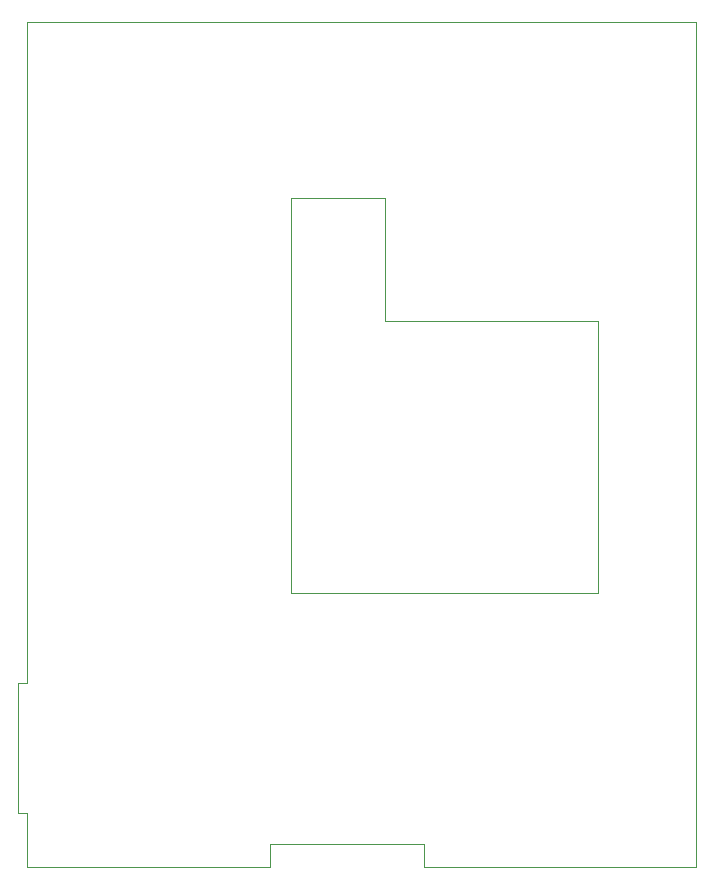
<source format=gbr>
G04 #@! TF.GenerationSoftware,KiCad,Pcbnew,(5.99.0-10509-g065f85b504)*
G04 #@! TF.CreationDate,2021-07-11T16:30:23-06:00*
G04 #@! TF.ProjectId,HAT_ver_7,4841545f-7665-4725-9f37-2e6b69636164,7.0.6*
G04 #@! TF.SameCoordinates,Original*
G04 #@! TF.FileFunction,Profile,NP*
%FSLAX46Y46*%
G04 Gerber Fmt 4.6, Leading zero omitted, Abs format (unit mm)*
G04 Created by KiCad (PCBNEW (5.99.0-10509-g065f85b504)) date 2021-07-11 16:30:23*
%MOMM*%
%LPD*%
G01*
G04 APERTURE LIST*
G04 #@! TA.AperFunction,Profile*
%ADD10C,0.100000*%
G04 #@! TD*
G04 APERTURE END LIST*
D10*
X186512200Y-134300000D02*
X163520000Y-134300000D01*
X129910000Y-129730000D02*
X129080000Y-129730000D01*
X129910000Y-118660000D02*
X129910000Y-62710000D01*
X129080000Y-118660000D02*
X129890000Y-118660000D01*
X163525200Y-132300000D02*
X150470000Y-132300000D01*
X150470000Y-132300000D02*
X150470000Y-134290000D01*
X129080000Y-129710000D02*
X129080000Y-118680000D01*
X160196800Y-88036400D02*
X178206400Y-88036400D01*
X178206400Y-88036400D02*
X178210000Y-111050000D01*
X186505600Y-62708000D02*
X129895600Y-62708000D01*
X186512200Y-134300000D02*
X186505600Y-62708000D01*
X152196800Y-111048800D02*
X152196800Y-88000000D01*
X160196800Y-77650000D02*
X160196800Y-88036400D01*
X152196800Y-77650000D02*
X160196800Y-77650000D01*
X178210000Y-111050000D02*
X152196800Y-111048800D01*
X152196800Y-88000000D02*
X152196800Y-77650000D01*
X129910000Y-134290000D02*
X150469600Y-134300000D01*
X163520000Y-134300000D02*
X163525200Y-132300000D01*
X129910000Y-134260000D02*
X129910000Y-129730000D01*
M02*

</source>
